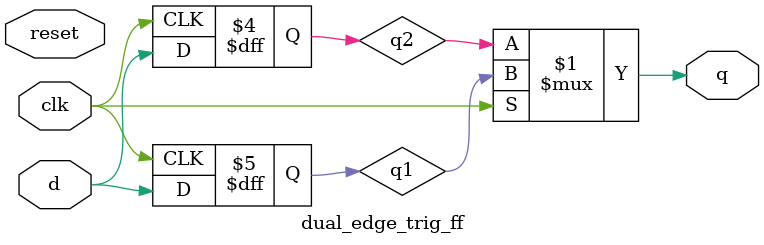
<source format=v>

`timescale 1ns / 1ps

module dual_edge_trig_ff(
    input clk, reset, d,
    output q
    );
    reg q1, q2;
    
    assign q = clk ? q1 : q2;
    
    always@ (posedge clk)
        begin
            if(reset) q1<= 1'b0;
            q1 <= d;
        end
    
    always@ (negedge clk)
        begin
            if(reset) q2<= 1'b0;
            q2 <= d; 
        end

endmodule

</source>
